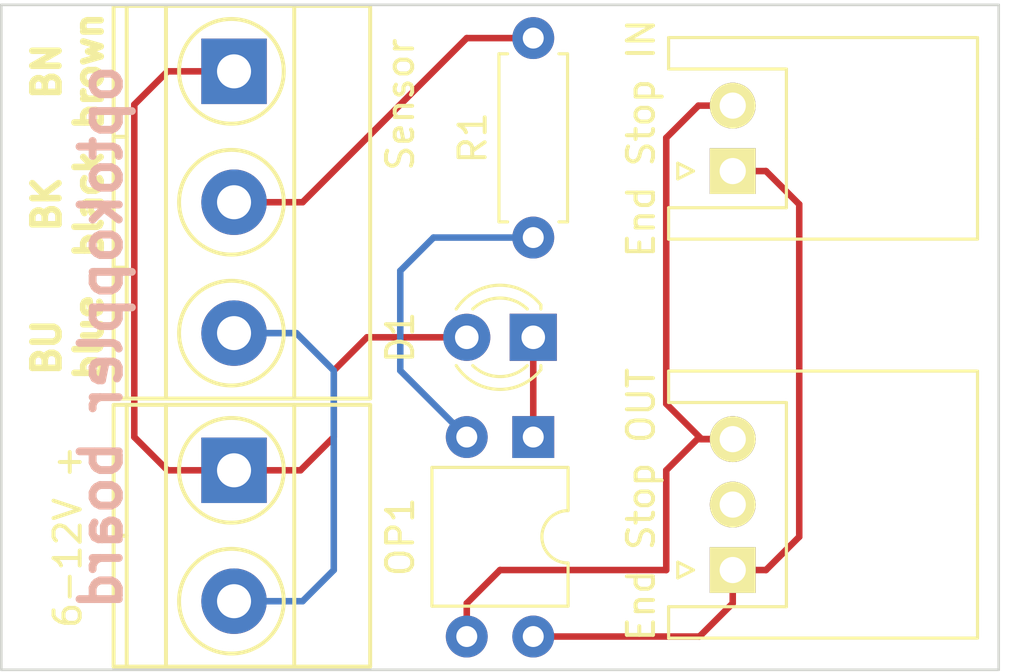
<source format=kicad_pcb>
(kicad_pcb (version 4) (host pcbnew 4.0.6)

  (general
    (links 10)
    (no_connects 0)
    (area 151.079999 110.439999 189.280001 135.940001)
    (thickness 1.6)
    (drawings 8)
    (tracks 45)
    (zones 0)
    (modules 7)
    (nets 9)
  )

  (page A4)
  (layers
    (0 F.Cu signal)
    (31 B.Cu signal)
    (32 B.Adhes user)
    (33 F.Adhes user)
    (34 B.Paste user)
    (35 F.Paste user)
    (36 B.SilkS user)
    (37 F.SilkS user)
    (38 B.Mask user)
    (39 F.Mask user)
    (40 Dwgs.User user)
    (41 Cmts.User user)
    (42 Eco1.User user)
    (43 Eco2.User user)
    (44 Edge.Cuts user)
    (45 Margin user)
    (46 B.CrtYd user)
    (47 F.CrtYd user)
    (48 B.Fab user)
    (49 F.Fab user)
  )

  (setup
    (last_trace_width 0.25)
    (trace_clearance 0.2)
    (zone_clearance 0.508)
    (zone_45_only no)
    (trace_min 0.2)
    (segment_width 0.2)
    (edge_width 0.1)
    (via_size 0.6)
    (via_drill 0.4)
    (via_min_size 0.4)
    (via_min_drill 0.3)
    (uvia_size 0.3)
    (uvia_drill 0.1)
    (uvias_allowed no)
    (uvia_min_size 0.2)
    (uvia_min_drill 0.1)
    (pcb_text_width 0.3)
    (pcb_text_size 1.5 1.5)
    (mod_edge_width 0.15)
    (mod_text_size 1 1)
    (mod_text_width 0.15)
    (pad_size 1.5 1.5)
    (pad_drill 0.6)
    (pad_to_mask_clearance 0)
    (aux_axis_origin 0 0)
    (visible_elements FFFFFF7F)
    (pcbplotparams
      (layerselection 0x010b0_80000001)
      (usegerberextensions false)
      (excludeedgelayer true)
      (linewidth 0.100000)
      (plotframeref false)
      (viasonmask false)
      (mode 1)
      (useauxorigin false)
      (hpglpennumber 1)
      (hpglpenspeed 20)
      (hpglpendiameter 15)
      (hpglpenoverlay 2)
      (psnegative false)
      (psa4output false)
      (plotreference true)
      (plotvalue true)
      (plotinvisibletext false)
      (padsonsilk false)
      (subtractmaskfromsilk false)
      (outputformat 1)
      (mirror false)
      (drillshape 0)
      (scaleselection 1)
      (outputdirectory ""))
  )

  (net 0 "")
  (net 1 "Net-(6-12V1-Pad1)")
  (net 2 "Net-(6-12V1-Pad2)")
  (net 3 "Net-(D1-Pad1)")
  (net 4 "Net-(EndStopCB1-Pad1)")
  (net 5 "Net-(EndStopCB1-Pad2)")
  (net 6 "Net-(EndStopCB1-Pad3)")
  (net 7 "Net-(Opto1-Pad2)")
  (net 8 "Net-(R1-Pad2)")

  (net_class Default "Dies ist die voreingestellte Netzklasse."
    (clearance 0.2)
    (trace_width 0.25)
    (via_dia 0.6)
    (via_drill 0.4)
    (uvia_dia 0.3)
    (uvia_drill 0.1)
    (add_net "Net-(6-12V1-Pad1)")
    (add_net "Net-(6-12V1-Pad2)")
    (add_net "Net-(D1-Pad1)")
    (add_net "Net-(EndStopCB1-Pad1)")
    (add_net "Net-(EndStopCB1-Pad2)")
    (add_net "Net-(EndStopCB1-Pad3)")
    (add_net "Net-(Opto1-Pad2)")
    (add_net "Net-(R1-Pad2)")
  )

  (module Connectors_Terminal_Blocks:TerminalBlock_Pheonix_MKDS1.5-2pol (layer F.Cu) (tedit 59ECEE2C) (tstamp 59ECC693)
    (at 160.02 128.27 270)
    (descr "2-way 5mm pitch terminal block, Phoenix MKDS series")
    (path /59EC7378)
    (fp_text reference "6-12V +" (at 2.54 6.35 270) (layer F.SilkS)
      (effects (font (size 1 1) (thickness 0.15)))
    )
    (fp_text value AK500/2 (at 2.5 -6.6 270) (layer F.Fab)
      (effects (font (size 1 1) (thickness 0.15)))
    )
    (fp_line (start -2.7 -5.4) (end 7.7 -5.4) (layer F.CrtYd) (width 0.05))
    (fp_line (start -2.7 4.8) (end -2.7 -5.4) (layer F.CrtYd) (width 0.05))
    (fp_line (start 7.7 4.8) (end -2.7 4.8) (layer F.CrtYd) (width 0.05))
    (fp_line (start 7.7 -5.4) (end 7.7 4.8) (layer F.CrtYd) (width 0.05))
    (fp_line (start 2.5 4.1) (end 2.5 4.6) (layer F.SilkS) (width 0.15))
    (fp_circle (center 5 0.1) (end 3 0.1) (layer F.SilkS) (width 0.15))
    (fp_circle (center 0 0.1) (end 2 0.1) (layer F.SilkS) (width 0.15))
    (fp_line (start -2.5 2.6) (end 7.5 2.6) (layer F.SilkS) (width 0.15))
    (fp_line (start -2.5 -2.3) (end 7.5 -2.3) (layer F.SilkS) (width 0.15))
    (fp_line (start -2.5 4.1) (end 7.5 4.1) (layer F.SilkS) (width 0.15))
    (fp_line (start -2.5 4.6) (end 7.5 4.6) (layer F.SilkS) (width 0.15))
    (fp_line (start 7.5 4.6) (end 7.5 -5.2) (layer F.SilkS) (width 0.15))
    (fp_line (start 7.5 -5.2) (end -2.5 -5.2) (layer F.SilkS) (width 0.15))
    (fp_line (start -2.5 -5.2) (end -2.5 4.6) (layer F.SilkS) (width 0.15))
    (pad 1 thru_hole rect (at 0 0 270) (size 2.5 2.5) (drill 1.3) (layers *.Cu *.Mask)
      (net 1 "Net-(6-12V1-Pad1)"))
    (pad 2 thru_hole circle (at 5 0 270) (size 2.5 2.5) (drill 1.3) (layers *.Cu *.Mask)
      (net 2 "Net-(6-12V1-Pad2)"))
    (model Terminal_Blocks.3dshapes/TerminalBlock_Pheonix_MKDS1.5-2pol.wrl
      (at (xyz 0.0984 0 0))
      (scale (xyz 1 1 1))
      (rotate (xyz 0 0 0))
    )
  )

  (module LEDs:LED_D3.0mm (layer F.Cu) (tedit 59ECCB1B) (tstamp 59ECC699)
    (at 171.45 123.19 180)
    (descr "LED, diameter 3.0mm, 2 pins")
    (tags "LED diameter 3.0mm 2 pins")
    (path /59EB4200)
    (fp_text reference D1 (at 5.08 0 270) (layer F.SilkS)
      (effects (font (size 1 1) (thickness 0.15)))
    )
    (fp_text value "LED klein" (at 1.27 2.96 180) (layer F.Fab)
      (effects (font (size 1 1) (thickness 0.15)))
    )
    (fp_arc (start 1.27 0) (end -0.23 -1.16619) (angle 284.3) (layer F.Fab) (width 0.1))
    (fp_arc (start 1.27 0) (end -0.29 -1.235516) (angle 108.8) (layer F.SilkS) (width 0.12))
    (fp_arc (start 1.27 0) (end -0.29 1.235516) (angle -108.8) (layer F.SilkS) (width 0.12))
    (fp_arc (start 1.27 0) (end 0.229039 -1.08) (angle 87.9) (layer F.SilkS) (width 0.12))
    (fp_arc (start 1.27 0) (end 0.229039 1.08) (angle -87.9) (layer F.SilkS) (width 0.12))
    (fp_circle (center 1.27 0) (end 2.77 0) (layer F.Fab) (width 0.1))
    (fp_line (start -0.23 -1.16619) (end -0.23 1.16619) (layer F.Fab) (width 0.1))
    (fp_line (start -0.29 -1.236) (end -0.29 -1.08) (layer F.SilkS) (width 0.12))
    (fp_line (start -0.29 1.08) (end -0.29 1.236) (layer F.SilkS) (width 0.12))
    (fp_line (start -1.15 -2.25) (end -1.15 2.25) (layer F.CrtYd) (width 0.05))
    (fp_line (start -1.15 2.25) (end 3.7 2.25) (layer F.CrtYd) (width 0.05))
    (fp_line (start 3.7 2.25) (end 3.7 -2.25) (layer F.CrtYd) (width 0.05))
    (fp_line (start 3.7 -2.25) (end -1.15 -2.25) (layer F.CrtYd) (width 0.05))
    (pad 1 thru_hole rect (at 0 0 180) (size 1.8 1.8) (drill 0.9) (layers *.Cu *.Mask)
      (net 3 "Net-(D1-Pad1)"))
    (pad 2 thru_hole circle (at 2.54 0 180) (size 1.8 1.8) (drill 0.9) (layers *.Cu *.Mask)
      (net 1 "Net-(6-12V1-Pad1)"))
    (model ${KISYS3DMOD}/LEDs.3dshapes/LED_D3.0mm.wrl
      (at (xyz 0 0 0))
      (scale (xyz 0.393701 0.393701 0.393701))
      (rotate (xyz 0 0 0))
    )
  )

  (module Housings_DIP:DIP-4_W7.62mm (layer F.Cu) (tedit 59ECF265) (tstamp 59ECC6F4)
    (at 171.45 127 270)
    (descr "4-lead though-hole mounted DIP package, row spacing 7.62 mm (300 mils)")
    (tags "THT DIP DIL PDIP 2.54mm 7.62mm 300mil")
    (path /59EB4133)
    (fp_text reference OP1 (at 3.81 5.08 270) (layer F.SilkS)
      (effects (font (size 1 1) (thickness 0.15)))
    )
    (fp_text value PC817 (at 3.81 4.87 270) (layer F.Fab)
      (effects (font (size 1 1) (thickness 0.15)))
    )
    (fp_arc (start 3.81 -1.33) (end 2.81 -1.33) (angle -180) (layer F.SilkS) (width 0.12))
    (fp_line (start 1.635 -1.27) (end 6.985 -1.27) (layer F.Fab) (width 0.1))
    (fp_line (start 6.985 -1.27) (end 6.985 3.81) (layer F.Fab) (width 0.1))
    (fp_line (start 6.985 3.81) (end 0.635 3.81) (layer F.Fab) (width 0.1))
    (fp_line (start 0.635 3.81) (end 0.635 -0.27) (layer F.Fab) (width 0.1))
    (fp_line (start 0.635 -0.27) (end 1.635 -1.27) (layer F.Fab) (width 0.1))
    (fp_line (start 2.81 -1.33) (end 1.16 -1.33) (layer F.SilkS) (width 0.12))
    (fp_line (start 1.16 -1.33) (end 1.16 3.87) (layer F.SilkS) (width 0.12))
    (fp_line (start 1.16 3.87) (end 6.46 3.87) (layer F.SilkS) (width 0.12))
    (fp_line (start 6.46 3.87) (end 6.46 -1.33) (layer F.SilkS) (width 0.12))
    (fp_line (start 6.46 -1.33) (end 4.81 -1.33) (layer F.SilkS) (width 0.12))
    (fp_line (start -1.1 -1.55) (end -1.1 4.1) (layer F.CrtYd) (width 0.05))
    (fp_line (start -1.1 4.1) (end 8.7 4.1) (layer F.CrtYd) (width 0.05))
    (fp_line (start 8.7 4.1) (end 8.7 -1.55) (layer F.CrtYd) (width 0.05))
    (fp_line (start 8.7 -1.55) (end -1.1 -1.55) (layer F.CrtYd) (width 0.05))
    (fp_text user %R (at 3.81 1.27 270) (layer F.Fab)
      (effects (font (size 1 1) (thickness 0.15)))
    )
    (pad 1 thru_hole rect (at 0 0 270) (size 1.6 1.6) (drill 0.8) (layers *.Cu *.Mask)
      (net 3 "Net-(D1-Pad1)"))
    (pad 3 thru_hole oval (at 7.62 2.54 270) (size 1.6 1.6) (drill 0.8) (layers *.Cu *.Mask)
      (net 6 "Net-(EndStopCB1-Pad3)"))
    (pad 2 thru_hole oval (at 0 2.54 270) (size 1.6 1.6) (drill 0.8) (layers *.Cu *.Mask)
      (net 7 "Net-(Opto1-Pad2)"))
    (pad 4 thru_hole oval (at 7.62 0 270) (size 1.6 1.6) (drill 0.8) (layers *.Cu *.Mask)
      (net 4 "Net-(EndStopCB1-Pad1)"))
    (model ${KISYS3DMOD}/Housings_DIP.3dshapes/DIP-4_W7.62mm.wrl
      (at (xyz 0 0 0))
      (scale (xyz 1 1 1))
      (rotate (xyz 0 0 0))
    )
  )

  (module Resistors_THT:R_Axial_DIN0207_L6.3mm_D2.5mm_P7.62mm_Horizontal (layer F.Cu) (tedit 59ECCB13) (tstamp 59ECC6FA)
    (at 171.45 119.38 90)
    (descr "Resistor, Axial_DIN0207 series, Axial, Horizontal, pin pitch=7.62mm, 0.25W = 1/4W, length*diameter=6.3*2.5mm^2, http://cdn-reichelt.de/documents/datenblatt/B400/1_4W%23YAG.pdf")
    (tags "Resistor Axial_DIN0207 series Axial Horizontal pin pitch 7.62mm 0.25W = 1/4W length 6.3mm diameter 2.5mm")
    (path /59EB432B)
    (fp_text reference R1 (at 3.81 -2.31 90) (layer F.SilkS)
      (effects (font (size 1 1) (thickness 0.15)))
    )
    (fp_text value 680Ω (at 3.81 0 90) (layer F.Fab)
      (effects (font (size 1 1) (thickness 0.15)))
    )
    (fp_line (start 0.66 -1.25) (end 0.66 1.25) (layer F.Fab) (width 0.1))
    (fp_line (start 0.66 1.25) (end 6.96 1.25) (layer F.Fab) (width 0.1))
    (fp_line (start 6.96 1.25) (end 6.96 -1.25) (layer F.Fab) (width 0.1))
    (fp_line (start 6.96 -1.25) (end 0.66 -1.25) (layer F.Fab) (width 0.1))
    (fp_line (start 0 0) (end 0.66 0) (layer F.Fab) (width 0.1))
    (fp_line (start 7.62 0) (end 6.96 0) (layer F.Fab) (width 0.1))
    (fp_line (start 0.6 -0.98) (end 0.6 -1.31) (layer F.SilkS) (width 0.12))
    (fp_line (start 0.6 -1.31) (end 7.02 -1.31) (layer F.SilkS) (width 0.12))
    (fp_line (start 7.02 -1.31) (end 7.02 -0.98) (layer F.SilkS) (width 0.12))
    (fp_line (start 0.6 0.98) (end 0.6 1.31) (layer F.SilkS) (width 0.12))
    (fp_line (start 0.6 1.31) (end 7.02 1.31) (layer F.SilkS) (width 0.12))
    (fp_line (start 7.02 1.31) (end 7.02 0.98) (layer F.SilkS) (width 0.12))
    (fp_line (start -1.05 -1.6) (end -1.05 1.6) (layer F.CrtYd) (width 0.05))
    (fp_line (start -1.05 1.6) (end 8.7 1.6) (layer F.CrtYd) (width 0.05))
    (fp_line (start 8.7 1.6) (end 8.7 -1.6) (layer F.CrtYd) (width 0.05))
    (fp_line (start 8.7 -1.6) (end -1.05 -1.6) (layer F.CrtYd) (width 0.05))
    (pad 1 thru_hole circle (at 0 0 90) (size 1.6 1.6) (drill 0.8) (layers *.Cu *.Mask)
      (net 7 "Net-(Opto1-Pad2)"))
    (pad 2 thru_hole oval (at 7.62 0 90) (size 1.6 1.6) (drill 0.8) (layers *.Cu *.Mask)
      (net 8 "Net-(R1-Pad2)"))
    (model ${KISYS3DMOD}/Resistors_THT.3dshapes/R_Axial_DIN0207_L6.3mm_D2.5mm_P7.62mm_Horizontal.wrl
      (at (xyz 0 0 0))
      (scale (xyz 0.393701 0.393701 0.393701))
      (rotate (xyz 0 0 0))
    )
  )

  (module Connectors_JST:JST_XH_S03B-XH-A_03x2.50mm_Angled (layer F.Cu) (tedit 59ECE2FA) (tstamp 59ECDFA0)
    (at 179.07 132.08 90)
    (descr "JST XH series connector, S03B-XH-A, side entry type, through hole")
    (tags "connector jst xh tht side horizontal angled 2.50mm")
    (path /59EC6B35)
    (fp_text reference "End Stop OUT" (at 2.5 -3.5 90) (layer F.SilkS)
      (effects (font (size 1 1) (thickness 0.15)))
    )
    (fp_text value "JST XH 3" (at 2.5 10.3 90) (layer F.Fab)
      (effects (font (size 1 1) (thickness 0.15)))
    )
    (fp_line (start -2.45 -2.3) (end -2.45 9.2) (layer F.Fab) (width 0.1))
    (fp_line (start -2.45 9.2) (end 7.45 9.2) (layer F.Fab) (width 0.1))
    (fp_line (start 7.45 9.2) (end 7.45 -2.3) (layer F.Fab) (width 0.1))
    (fp_line (start 7.45 -2.3) (end -2.45 -2.3) (layer F.Fab) (width 0.1))
    (fp_line (start -2.95 -2.8) (end -2.95 9.7) (layer F.CrtYd) (width 0.05))
    (fp_line (start -2.95 9.7) (end 7.95 9.7) (layer F.CrtYd) (width 0.05))
    (fp_line (start 7.95 9.7) (end 7.95 -2.8) (layer F.CrtYd) (width 0.05))
    (fp_line (start 7.95 -2.8) (end -2.95 -2.8) (layer F.CrtYd) (width 0.05))
    (fp_line (start 2.5 9.35) (end -2.6 9.35) (layer F.SilkS) (width 0.12))
    (fp_line (start -2.6 9.35) (end -2.6 -2.45) (layer F.SilkS) (width 0.12))
    (fp_line (start -2.6 -2.45) (end -1.4 -2.45) (layer F.SilkS) (width 0.12))
    (fp_line (start -1.4 -2.45) (end -1.4 2.05) (layer F.SilkS) (width 0.12))
    (fp_line (start -1.4 2.05) (end 2.5 2.05) (layer F.SilkS) (width 0.12))
    (fp_line (start 2.5 9.35) (end 7.6 9.35) (layer F.SilkS) (width 0.12))
    (fp_line (start 7.6 9.35) (end 7.6 -2.45) (layer F.SilkS) (width 0.12))
    (fp_line (start 7.6 -2.45) (end 6.4 -2.45) (layer F.SilkS) (width 0.12))
    (fp_line (start 6.4 -2.45) (end 6.4 2.05) (layer F.SilkS) (width 0.12))
    (fp_line (start 6.4 2.05) (end 2.5 2.05) (layer F.SilkS) (width 0.12))
    (fp_line (start -0.25 3.45) (end -0.25 8.7) (layer F.Fab) (width 0.1))
    (fp_line (start -0.25 8.7) (end 0.25 8.7) (layer F.Fab) (width 0.1))
    (fp_line (start 0.25 8.7) (end 0.25 3.45) (layer F.Fab) (width 0.1))
    (fp_line (start 0.25 3.45) (end -0.25 3.45) (layer F.Fab) (width 0.1))
    (fp_line (start 2.25 3.45) (end 2.25 8.7) (layer F.Fab) (width 0.1))
    (fp_line (start 2.25 8.7) (end 2.75 8.7) (layer F.Fab) (width 0.1))
    (fp_line (start 2.75 8.7) (end 2.75 3.45) (layer F.Fab) (width 0.1))
    (fp_line (start 2.75 3.45) (end 2.25 3.45) (layer F.Fab) (width 0.1))
    (fp_line (start 4.75 3.45) (end 4.75 8.7) (layer F.Fab) (width 0.1))
    (fp_line (start 4.75 8.7) (end 5.25 8.7) (layer F.Fab) (width 0.1))
    (fp_line (start 5.25 8.7) (end 5.25 3.45) (layer F.Fab) (width 0.1))
    (fp_line (start 5.25 3.45) (end 4.75 3.45) (layer F.Fab) (width 0.1))
    (fp_line (start 0 -1.5) (end -0.3 -2.1) (layer F.SilkS) (width 0.12))
    (fp_line (start -0.3 -2.1) (end 0.3 -2.1) (layer F.SilkS) (width 0.12))
    (fp_line (start 0.3 -2.1) (end 0 -1.5) (layer F.SilkS) (width 0.12))
    (fp_line (start 0 -1.5) (end -0.3 -2.1) (layer F.Fab) (width 0.1))
    (fp_line (start -0.3 -2.1) (end 0.3 -2.1) (layer F.Fab) (width 0.1))
    (fp_line (start 0.3 -2.1) (end 0 -1.5) (layer F.Fab) (width 0.1))
    (fp_text user %R (at 2.5 2.25 90) (layer F.Fab)
      (effects (font (size 1 1) (thickness 0.15)))
    )
    (pad 1 thru_hole rect (at 0 0 90) (size 1.75 1.75) (drill 1) (layers *.Cu *.Mask F.SilkS)
      (net 4 "Net-(EndStopCB1-Pad1)"))
    (pad 2 thru_hole circle (at 2.5 0 90) (size 1.75 1.75) (drill 1) (layers *.Cu *.Mask F.SilkS)
      (net 5 "Net-(EndStopCB1-Pad2)"))
    (pad 3 thru_hole circle (at 5 0 90) (size 1.75 1.75) (drill 1) (layers *.Cu *.Mask F.SilkS)
      (net 6 "Net-(EndStopCB1-Pad3)"))
    (model Connectors_JST.3dshapes/JST_XH_S03B-XH-A_03x2.50mm_Angled.wrl
      (at (xyz 0 0 0))
      (scale (xyz 1 1 1))
      (rotate (xyz 0 0 0))
    )
  )

  (module Connectors_JST:JST_XH_S02B-XH-A_02x2.50mm_Angled (layer F.Cu) (tedit 59ECE2ED) (tstamp 59ECDFC7)
    (at 179.07 116.84 90)
    (descr "JST XH series connector, S02B-XH-A, side entry type, through hole")
    (tags "connector jst xh tht side horizontal angled 2.50mm")
    (path /59ECC41E)
    (fp_text reference "End Stop IN" (at 1.25 -3.5 90) (layer F.SilkS)
      (effects (font (size 1 1) (thickness 0.15)))
    )
    (fp_text value "JST XH 2" (at 1.25 10.3 90) (layer F.Fab)
      (effects (font (size 1 1) (thickness 0.15)))
    )
    (fp_line (start -2.45 -2.3) (end -2.45 9.2) (layer F.Fab) (width 0.1))
    (fp_line (start -2.45 9.2) (end 4.95 9.2) (layer F.Fab) (width 0.1))
    (fp_line (start 4.95 9.2) (end 4.95 -2.3) (layer F.Fab) (width 0.1))
    (fp_line (start 4.95 -2.3) (end -2.45 -2.3) (layer F.Fab) (width 0.1))
    (fp_line (start -2.95 -2.8) (end -2.95 9.7) (layer F.CrtYd) (width 0.05))
    (fp_line (start -2.95 9.7) (end 5.45 9.7) (layer F.CrtYd) (width 0.05))
    (fp_line (start 5.45 9.7) (end 5.45 -2.8) (layer F.CrtYd) (width 0.05))
    (fp_line (start 5.45 -2.8) (end -2.95 -2.8) (layer F.CrtYd) (width 0.05))
    (fp_line (start 1.25 9.35) (end -2.6 9.35) (layer F.SilkS) (width 0.12))
    (fp_line (start -2.6 9.35) (end -2.6 -2.45) (layer F.SilkS) (width 0.12))
    (fp_line (start -2.6 -2.45) (end -1.4 -2.45) (layer F.SilkS) (width 0.12))
    (fp_line (start -1.4 -2.45) (end -1.4 2.05) (layer F.SilkS) (width 0.12))
    (fp_line (start -1.4 2.05) (end 1.25 2.05) (layer F.SilkS) (width 0.12))
    (fp_line (start 1.25 9.35) (end 5.1 9.35) (layer F.SilkS) (width 0.12))
    (fp_line (start 5.1 9.35) (end 5.1 -2.45) (layer F.SilkS) (width 0.12))
    (fp_line (start 5.1 -2.45) (end 3.9 -2.45) (layer F.SilkS) (width 0.12))
    (fp_line (start 3.9 -2.45) (end 3.9 2.05) (layer F.SilkS) (width 0.12))
    (fp_line (start 3.9 2.05) (end 1.25 2.05) (layer F.SilkS) (width 0.12))
    (fp_line (start -0.25 3.45) (end -0.25 8.7) (layer F.Fab) (width 0.1))
    (fp_line (start -0.25 8.7) (end 0.25 8.7) (layer F.Fab) (width 0.1))
    (fp_line (start 0.25 8.7) (end 0.25 3.45) (layer F.Fab) (width 0.1))
    (fp_line (start 0.25 3.45) (end -0.25 3.45) (layer F.Fab) (width 0.1))
    (fp_line (start 2.25 3.45) (end 2.25 8.7) (layer F.Fab) (width 0.1))
    (fp_line (start 2.25 8.7) (end 2.75 8.7) (layer F.Fab) (width 0.1))
    (fp_line (start 2.75 8.7) (end 2.75 3.45) (layer F.Fab) (width 0.1))
    (fp_line (start 2.75 3.45) (end 2.25 3.45) (layer F.Fab) (width 0.1))
    (fp_line (start 0 -1.5) (end -0.3 -2.1) (layer F.SilkS) (width 0.12))
    (fp_line (start -0.3 -2.1) (end 0.3 -2.1) (layer F.SilkS) (width 0.12))
    (fp_line (start 0.3 -2.1) (end 0 -1.5) (layer F.SilkS) (width 0.12))
    (fp_line (start 0 -1.5) (end -0.3 -2.1) (layer F.Fab) (width 0.1))
    (fp_line (start -0.3 -2.1) (end 0.3 -2.1) (layer F.Fab) (width 0.1))
    (fp_line (start 0.3 -2.1) (end 0 -1.5) (layer F.Fab) (width 0.1))
    (fp_text user %R (at 1.25 2.25 90) (layer F.Fab)
      (effects (font (size 1 1) (thickness 0.15)))
    )
    (pad 1 thru_hole rect (at 0 0 90) (size 1.75 1.75) (drill 1) (layers *.Cu *.Mask F.SilkS)
      (net 4 "Net-(EndStopCB1-Pad1)"))
    (pad 2 thru_hole circle (at 2.5 0 90) (size 1.75 1.75) (drill 1) (layers *.Cu *.Mask F.SilkS)
      (net 6 "Net-(EndStopCB1-Pad3)"))
    (model Connectors_JST.3dshapes/JST_XH_S02B-XH-A_02x2.50mm_Angled.wrl
      (at (xyz 0 0 0))
      (scale (xyz 1 1 1))
      (rotate (xyz 0 0 0))
    )
  )

  (module Connectors_Terminal_Blocks:TerminalBlock_Pheonix_MKDS1.5-3pol (layer F.Cu) (tedit 59ECE4E2) (tstamp 59ECDFCE)
    (at 160.02 113.03 270)
    (descr "3-way 5mm pitch terminal block, Phoenix MKDS series")
    (path /59EC718F)
    (fp_text reference Sensor (at 1.27 -6.35 270) (layer F.SilkS)
      (effects (font (size 1 1) (thickness 0.15)))
    )
    (fp_text value AK500/3 (at 5 -6.6 270) (layer F.Fab)
      (effects (font (size 1 1) (thickness 0.15)))
    )
    (fp_line (start -2.7 4.8) (end -2.7 -5.4) (layer F.CrtYd) (width 0.05))
    (fp_line (start 12.7 4.8) (end -2.7 4.8) (layer F.CrtYd) (width 0.05))
    (fp_line (start 12.7 -5.4) (end 12.7 4.8) (layer F.CrtYd) (width 0.05))
    (fp_line (start -2.7 -5.4) (end 12.7 -5.4) (layer F.CrtYd) (width 0.05))
    (fp_circle (center 10 0.1) (end 8 0.1) (layer F.SilkS) (width 0.15))
    (fp_line (start 7.5 4.1) (end 7.5 4.6) (layer F.SilkS) (width 0.15))
    (fp_line (start 2.5 4.1) (end 2.5 4.6) (layer F.SilkS) (width 0.15))
    (fp_circle (center 5 0.1) (end 3 0.1) (layer F.SilkS) (width 0.15))
    (fp_circle (center 0 0.1) (end 2 0.1) (layer F.SilkS) (width 0.15))
    (fp_line (start -2.5 2.6) (end 12.5 2.6) (layer F.SilkS) (width 0.15))
    (fp_line (start -2.5 -2.3) (end 12.5 -2.3) (layer F.SilkS) (width 0.15))
    (fp_line (start -2.5 4.1) (end 12.5 4.1) (layer F.SilkS) (width 0.15))
    (fp_line (start -2.5 4.6) (end 12.5 4.6) (layer F.SilkS) (width 0.15))
    (fp_line (start 12.5 4.6) (end 12.5 -5.2) (layer F.SilkS) (width 0.15))
    (fp_line (start 12.5 -5.2) (end -2.5 -5.2) (layer F.SilkS) (width 0.15))
    (fp_line (start -2.5 -5.2) (end -2.5 4.6) (layer F.SilkS) (width 0.15))
    (pad 3 thru_hole circle (at 10 0 270) (size 2.5 2.5) (drill 1.3) (layers *.Cu *.Mask)
      (net 2 "Net-(6-12V1-Pad2)"))
    (pad 1 thru_hole rect (at 0 0 270) (size 2.5 2.5) (drill 1.3) (layers *.Cu *.Mask)
      (net 1 "Net-(6-12V1-Pad1)"))
    (pad 2 thru_hole circle (at 5 0 270) (size 2.5 2.5) (drill 1.3) (layers *.Cu *.Mask)
      (net 8 "Net-(R1-Pad2)"))
    (model Terminal_Blocks.3dshapes/TerminalBlock_Pheonix_MKDS1.5-3pol.wrl
      (at (xyz 0.1968 0 0))
      (scale (xyz 1 1 1))
      (rotate (xyz 0 0 0))
    )
  )

  (gr_text "optokoppler board" (at 154.94 123.19 90) (layer B.SilkS)
    (effects (font (size 1.5 1.5) (thickness 0.3)) (justify mirror))
  )
  (gr_text "BK\nblack" (at 153.67 118.11 90) (layer F.SilkS)
    (effects (font (size 1 1) (thickness 0.25)))
  )
  (gr_text "BN\nbrown" (at 153.67 113.03 90) (layer F.SilkS)
    (effects (font (size 1 1) (thickness 0.25)))
  )
  (gr_text "BU \nblue" (at 153.67 123.19 90) (layer F.SilkS)
    (effects (font (size 1 1) (thickness 0.25)))
  )
  (gr_line (start 151.13 135.89) (end 151.13 110.49) (angle 90) (layer Edge.Cuts) (width 0.1))
  (gr_line (start 189.23 135.89) (end 151.13 135.89) (angle 90) (layer Edge.Cuts) (width 0.1))
  (gr_line (start 189.23 110.49) (end 189.23 135.89) (angle 90) (layer Edge.Cuts) (width 0.1))
  (gr_line (start 151.13 110.49) (end 189.23 110.49) (angle 90) (layer Edge.Cuts) (width 0.1))

  (segment (start 160.02 113.03) (end 157.48 113.03) (width 0.25) (layer F.Cu) (net 1))
  (segment (start 157.48 128.27) (end 160.02 128.27) (width 0.25) (layer F.Cu) (net 1) (tstamp 59ECE249))
  (segment (start 156.21 127) (end 157.48 128.27) (width 0.25) (layer F.Cu) (net 1) (tstamp 59ECE246))
  (segment (start 156.21 114.3) (end 156.21 127) (width 0.25) (layer F.Cu) (net 1) (tstamp 59ECE240))
  (segment (start 157.48 113.03) (end 156.21 114.3) (width 0.25) (layer F.Cu) (net 1) (tstamp 59ECE236))
  (segment (start 160.02 128.27) (end 162.56 128.27) (width 0.25) (layer F.Cu) (net 1))
  (segment (start 165.1 123.19) (end 168.91 123.19) (width 0.25) (layer F.Cu) (net 1) (tstamp 59ECE22E))
  (segment (start 163.83 124.46) (end 165.1 123.19) (width 0.25) (layer F.Cu) (net 1) (tstamp 59ECE229))
  (segment (start 163.83 127) (end 163.83 124.46) (width 0.25) (layer F.Cu) (net 1) (tstamp 59ECE226))
  (segment (start 162.56 128.27) (end 163.83 127) (width 0.25) (layer F.Cu) (net 1) (tstamp 59ECE21D))
  (segment (start 160.02 133.27) (end 162.64 133.27) (width 0.25) (layer B.Cu) (net 2))
  (segment (start 162.4 123.03) (end 160.02 123.03) (width 0.25) (layer B.Cu) (net 2) (tstamp 59ECE06F))
  (segment (start 163.83 124.46) (end 162.4 123.03) (width 0.25) (layer B.Cu) (net 2) (tstamp 59ECE06E))
  (segment (start 163.83 125.73) (end 163.83 124.46) (width 0.25) (layer B.Cu) (net 2) (tstamp 59ECE06D))
  (segment (start 163.83 132.08) (end 163.83 125.73) (width 0.25) (layer B.Cu) (net 2) (tstamp 59ECE06C))
  (segment (start 162.64 133.27) (end 163.83 132.08) (width 0.25) (layer B.Cu) (net 2) (tstamp 59ECE06B))
  (segment (start 160.02 123.03) (end 160.18 123.19) (width 0.25) (layer F.Cu) (net 2) (tstamp 59ECCD4E))
  (segment (start 171.45 123.19) (end 171.45 127) (width 0.25) (layer F.Cu) (net 3))
  (segment (start 179.07 132.08) (end 179.07 133.35) (width 0.25) (layer F.Cu) (net 4))
  (segment (start 177.8 134.62) (end 171.45 134.62) (width 0.25) (layer F.Cu) (net 4) (tstamp 59ECE3A9))
  (segment (start 179.07 133.35) (end 177.8 134.62) (width 0.25) (layer F.Cu) (net 4) (tstamp 59ECE3A7))
  (segment (start 179.07 132.08) (end 180.34 132.08) (width 0.25) (layer F.Cu) (net 4))
  (segment (start 180.34 116.84) (end 179.07 116.84) (width 0.25) (layer F.Cu) (net 4) (tstamp 59ECE39B))
  (segment (start 181.61 118.11) (end 180.34 116.84) (width 0.25) (layer F.Cu) (net 4) (tstamp 59ECE399))
  (segment (start 181.61 130.81) (end 181.61 118.11) (width 0.25) (layer F.Cu) (net 4) (tstamp 59ECE393))
  (segment (start 180.34 132.08) (end 181.61 130.81) (width 0.25) (layer F.Cu) (net 4) (tstamp 59ECE38F))
  (segment (start 179.07 127.08) (end 177.72 127.08) (width 0.25) (layer F.Cu) (net 6) (status 400000))
  (segment (start 168.91 133.35) (end 168.91 134.62) (width 0.25) (layer F.Cu) (net 6) (tstamp 59ECE417) (status 800000))
  (segment (start 170.18 132.08) (end 168.91 133.35) (width 0.25) (layer F.Cu) (net 6) (tstamp 59ECE40D))
  (segment (start 176.53 132.08) (end 170.18 132.08) (width 0.25) (layer F.Cu) (net 6) (tstamp 59ECE408))
  (segment (start 176.53 128.27) (end 176.53 132.08) (width 0.25) (layer F.Cu) (net 6) (tstamp 59ECE401))
  (segment (start 177.72 127.08) (end 176.53 128.27) (width 0.25) (layer F.Cu) (net 6) (tstamp 59ECE3FF))
  (segment (start 179.07 114.34) (end 177.76 114.34) (width 0.25) (layer F.Cu) (net 6) (status 400000))
  (segment (start 177.88 127.08) (end 179.07 127.08) (width 0.25) (layer F.Cu) (net 6) (tstamp 59ECE3F5) (status 800000))
  (segment (start 176.53 125.73) (end 177.88 127.08) (width 0.25) (layer F.Cu) (net 6) (tstamp 59ECE3EE))
  (segment (start 176.53 115.57) (end 176.53 125.73) (width 0.25) (layer F.Cu) (net 6) (tstamp 59ECE3E7))
  (segment (start 177.76 114.34) (end 176.53 115.57) (width 0.25) (layer F.Cu) (net 6) (tstamp 59ECE3E4))
  (segment (start 171.45 119.38) (end 167.64 119.38) (width 0.25) (layer B.Cu) (net 7))
  (segment (start 166.37 124.46) (end 168.91 127) (width 0.25) (layer B.Cu) (net 7) (tstamp 59ECCD86))
  (segment (start 166.37 120.65) (end 166.37 124.46) (width 0.25) (layer B.Cu) (net 7) (tstamp 59ECCD84))
  (segment (start 167.64 119.38) (end 166.37 120.65) (width 0.25) (layer B.Cu) (net 7) (tstamp 59ECCD7C))
  (segment (start 171.45 111.76) (end 168.91 111.76) (width 0.25) (layer F.Cu) (net 8))
  (segment (start 165.1 115.57) (end 162.64 118.03) (width 0.25) (layer F.Cu) (net 8) (tstamp 59ECE287))
  (segment (start 168.91 111.76) (end 165.1 115.57) (width 0.25) (layer F.Cu) (net 8) (tstamp 59ECE085))
  (segment (start 162.64 118.03) (end 160.02 118.03) (width 0.25) (layer F.Cu) (net 8) (tstamp 59ECE087))

)

</source>
